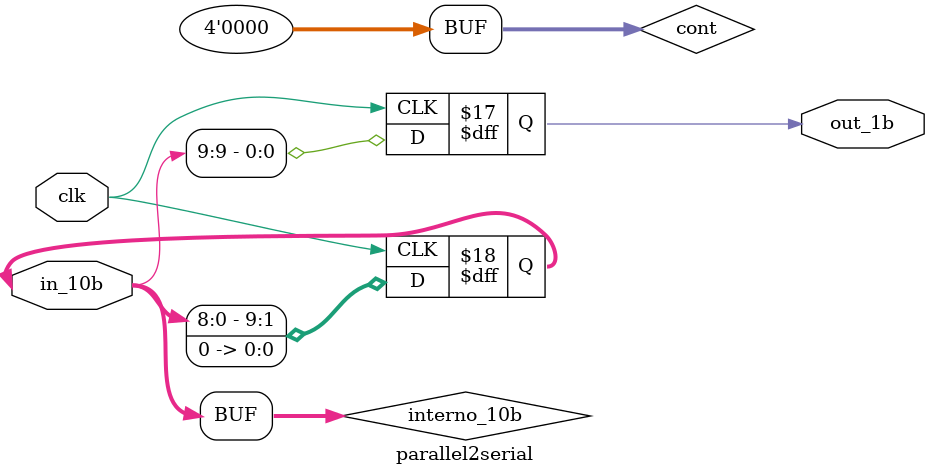
<source format=v>
/*
Implementado por: Julian Morua Vindas, B54872

Este modulo es parte del bloque de transmision de la capa PHY de PCIe.
Se encarga de recibir 10 bits provenientes de la etapa de codificacion 8b10b.
Estos bits se reciben todos juntos (en paralelo), y el objetivo de este modulo
es tomarlos y expulsarlos de 1 en 1 (en serie) con cada ciclo del reloj.
La logica que se utiliza es tomar el arreglo de 10 bits,y guardarlo en un registro
interno. Luego este de este registro se expulsara el MSb, y todos los bits se
desplazaran un campo a la izquierda. El LSb se pone en estado de alta impedancia.
Esto se hara hasta que un contador que empieza en 0 alcance el valor de 10.
Ademas, el modulo se implementa de tal forma que siempre que cambien los 10bits de
entrada paralelo se vuelva a empezar el proceso. Cuando terminan de mandarse los 10 bits,
la salida en serie se pone en modo de alta impedancia.
*/

module parallel2serial (clk, in_10b, out_1b);
  input clk;
  input [9:0] in_10b;
  output reg out_1b;

  reg [9:0] interno_10b;
  reg [3:0] cont;

  always @(in_10b) begin
    interno_10b <= in_10b;
    cont <= 0;
  end

  always @ (posedge clk) begin
    if (cont != 10) begin
      out_1b <= interno_10b[9];
      interno_10b[9:1] <= interno_10b[8:0];
      interno_10b[0] <= 0;
      cont <= cont + 1;
    end else begin
      out_1b <= 1'bz;
    end
  end
endmodule //parallel2serial

</source>
